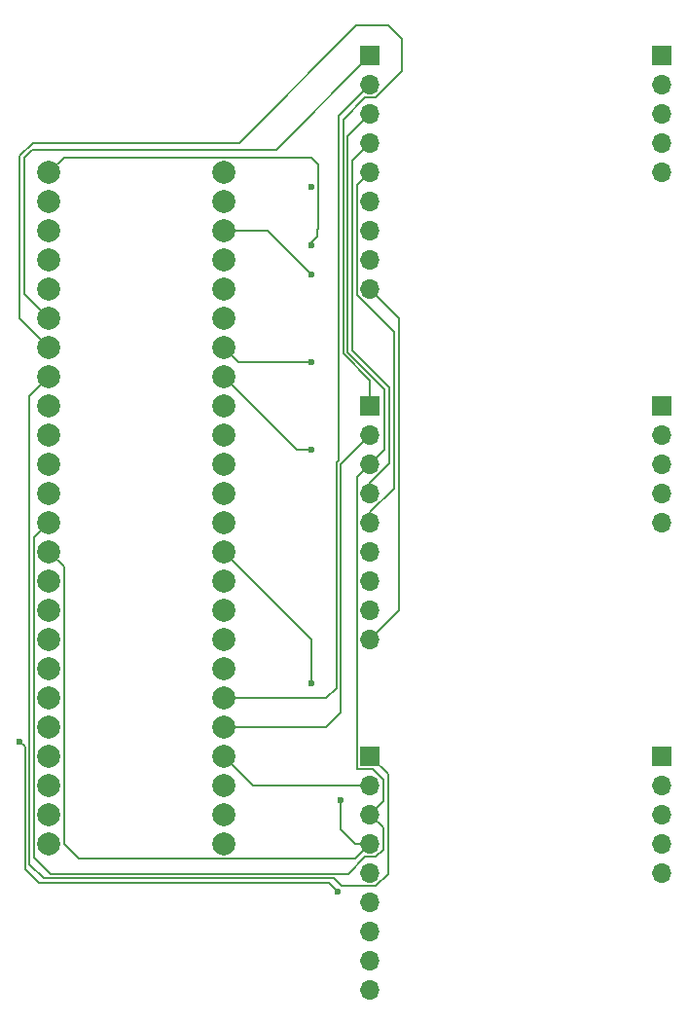
<source format=gbr>
%TF.GenerationSoftware,KiCad,Pcbnew,7.0.7*%
%TF.CreationDate,2024-03-24T00:47:58-04:00*%
%TF.ProjectId,Ground Reciever,47726f75-6e64-4205-9265-636965766572,rev?*%
%TF.SameCoordinates,Original*%
%TF.FileFunction,Copper,L2,Bot*%
%TF.FilePolarity,Positive*%
%FSLAX46Y46*%
G04 Gerber Fmt 4.6, Leading zero omitted, Abs format (unit mm)*
G04 Created by KiCad (PCBNEW 7.0.7) date 2024-03-24 00:47:58*
%MOMM*%
%LPD*%
G01*
G04 APERTURE LIST*
%TA.AperFunction,ComponentPad*%
%ADD10R,1.700000X1.700000*%
%TD*%
%TA.AperFunction,ComponentPad*%
%ADD11O,1.700000X1.700000*%
%TD*%
%TA.AperFunction,ComponentPad*%
%ADD12C,2.000000*%
%TD*%
%TA.AperFunction,ViaPad*%
%ADD13C,0.600000*%
%TD*%
%TA.AperFunction,Conductor*%
%ADD14C,0.200000*%
%TD*%
G04 APERTURE END LIST*
D10*
%TO.P,J3,1,Pin_1*%
%TO.N,/RST2*%
X152400000Y-85090000D03*
D11*
%TO.P,J3,2,Pin_2*%
%TO.N,/CS2*%
X152400000Y-87630000D03*
%TO.P,J3,3,Pin_3*%
%TO.N,/MOSI*%
X152400000Y-90170000D03*
%TO.P,J3,4,Pin_4*%
%TO.N,/MISO*%
X152400000Y-92710000D03*
%TO.P,J3,5,Pin_5*%
%TO.N,/SCK*%
X152400000Y-95250000D03*
%TO.P,J3,6,Pin_6*%
%TO.N,/INT2*%
X152400000Y-97790000D03*
%TO.P,J3,7,Pin_7*%
%TO.N,unconnected-(J3-Pin_7-Pad7)*%
X152400000Y-100330000D03*
%TO.P,J3,8,Pin_8*%
%TO.N,/GND*%
X152400000Y-102870000D03*
%TO.P,J3,9,Pin_9*%
%TO.N,/3.3V A*%
X152400000Y-105410000D03*
%TD*%
D10*
%TO.P,J2,1,Pin_1*%
%TO.N,unconnected-(J2-Pin_1-Pad1)*%
X177800000Y-54610000D03*
D11*
%TO.P,J2,2,Pin_2*%
%TO.N,unconnected-(J2-Pin_2-Pad2)*%
X177800000Y-57150000D03*
%TO.P,J2,3,Pin_3*%
%TO.N,unconnected-(J2-Pin_3-Pad3)*%
X177800000Y-59690000D03*
%TO.P,J2,4,Pin_4*%
%TO.N,unconnected-(J2-Pin_4-Pad4)*%
X177800000Y-62230000D03*
%TO.P,J2,5,Pin_5*%
%TO.N,unconnected-(J2-Pin_5-Pad5)*%
X177800000Y-64770000D03*
%TD*%
D12*
%TO.P,Teensy4.1,0,GND*%
%TO.N,/GND*%
X124460000Y-64770000D03*
%TO.P,Teensy4.1,1,RX1*%
%TO.N,unconnected-(Teensy4.1-RX1-Pad1)*%
X124460000Y-67310000D03*
%TO.P,Teensy4.1,2,TX1*%
%TO.N,unconnected-(Teensy4.1-TX1-Pad2)*%
X124460000Y-69850000D03*
%TO.P,Teensy4.1,3,PWM*%
%TO.N,unconnected-(Teensy4.1-PWM-Pad3)*%
X124460000Y-72390000D03*
%TO.P,Teensy4.1,4,PWM*%
%TO.N,unconnected-(Teensy4.1-PWM-Pad4)*%
X124460000Y-74930000D03*
%TO.P,Teensy4.1,5,PWM*%
%TO.N,/RST1*%
X124460000Y-77470000D03*
%TO.P,Teensy4.1,6,PWM*%
%TO.N,/RST2*%
X124460000Y-80010000D03*
%TO.P,Teensy4.1,7,PWM*%
%TO.N,/RST3*%
X124460000Y-82550000D03*
%TO.P,Teensy4.1,8,RX2*%
%TO.N,unconnected-(Teensy4.1-RX2-Pad8)*%
X124460000Y-85090000D03*
%TO.P,Teensy4.1,9,TX2*%
%TO.N,unconnected-(Teensy4.1-TX2-Pad9)*%
X124460000Y-87630000D03*
%TO.P,Teensy4.1,10,PWM*%
%TO.N,unconnected-(Teensy4.1-PWM-Pad10)*%
X124460000Y-90170000D03*
%TO.P,Teensy4.1,11,CS*%
%TO.N,unconnected-(Teensy4.1-CS-Pad11)*%
X124460000Y-92710000D03*
%TO.P,Teensy4.1,12,MOSI*%
%TO.N,/MOSI*%
X124460000Y-95250000D03*
%TO.P,Teensy4.1,13,MISO*%
%TO.N,/MISO*%
X124460000Y-97790000D03*
%TO.P,Teensy4.1,14,3.3V*%
%TO.N,/3.3V B*%
X124460000Y-100330000D03*
%TO.P,Teensy4.1,15,SCL2*%
%TO.N,unconnected-(Teensy4.1-SCL2-Pad15)*%
X124460000Y-102870000D03*
%TO.P,Teensy4.1,16,SDA2*%
%TO.N,unconnected-(Teensy4.1-SDA2-Pad16)*%
X124460000Y-105410000D03*
%TO.P,Teensy4.1,17,MOSI1*%
%TO.N,unconnected-(Teensy4.1-MOSI1-Pad17)*%
X124460000Y-107950000D03*
%TO.P,Teensy4.1,18,SCK1*%
%TO.N,unconnected-(Teensy4.1-SCK1-Pad18)*%
X124460000Y-110490000D03*
%TO.P,Teensy4.1,19,RX7*%
%TO.N,unconnected-(Teensy4.1-RX7-Pad19)*%
X124460000Y-113030000D03*
%TO.P,Teensy4.1,20,TX7*%
%TO.N,unconnected-(Teensy4.1-TX7-Pad20)*%
X124460000Y-115570000D03*
%TO.P,Teensy4.1,21,GPIO*%
%TO.N,unconnected-(Teensy4.1-GPIO-Pad21)*%
X124460000Y-118110000D03*
%TO.P,Teensy4.1,22,GPIO*%
%TO.N,unconnected-(Teensy4.1-GPIO-Pad22)*%
X124460000Y-120650000D03*
%TO.P,Teensy4.1,23,GPIO*%
%TO.N,unconnected-(Teensy4.1-GPIO-Pad23)*%
X124460000Y-123190000D03*
%TO.P,Teensy4.1,24,PWM*%
%TO.N,unconnected-(Teensy4.1-PWM-Pad24)*%
X139700000Y-123190000D03*
%TO.P,Teensy4.1,25,RX8*%
%TO.N,unconnected-(Teensy4.1-RX8-Pad25)*%
X139700000Y-120650000D03*
%TO.P,Teensy4.1,26,TX8*%
%TO.N,unconnected-(Teensy4.1-TX8-Pad26)*%
X139700000Y-118110000D03*
%TO.P,Teensy4.1,27,PWM*%
%TO.N,/CS3*%
X139700000Y-115570000D03*
%TO.P,Teensy4.1,28,PWM*%
%TO.N,/CS2*%
X139700000Y-113030000D03*
%TO.P,Teensy4.1,29,CS1*%
%TO.N,/CS1*%
X139700000Y-110490000D03*
%TO.P,Teensy4.1,30,MISO*%
%TO.N,unconnected-(Teensy4.1-MISO-Pad30)*%
X139700000Y-107950000D03*
%TO.P,Teensy4.1,31,A16*%
%TO.N,unconnected-(Teensy4.1-A16-Pad31)*%
X139700000Y-105410000D03*
%TO.P,Teensy4.1,32,A17*%
%TO.N,unconnected-(Teensy4.1-A17-Pad32)*%
X139700000Y-102870000D03*
%TO.P,Teensy4.1,33,GND*%
%TO.N,unconnected-(Teensy4.1-GND-Pad33)*%
X139700000Y-100330000D03*
%TO.P,Teensy4.1,34,SCK*%
%TO.N,/SCK*%
X139700000Y-97790000D03*
%TO.P,Teensy4.1,35,A0*%
%TO.N,unconnected-(Teensy4.1-A0-Pad35)*%
X139700000Y-95250000D03*
%TO.P,Teensy4.1,36,A1*%
%TO.N,unconnected-(Teensy4.1-A1-Pad36)*%
X139700000Y-92710000D03*
%TO.P,Teensy4.1,37,A2*%
%TO.N,unconnected-(Teensy4.1-A2-Pad37)*%
X139700000Y-90170000D03*
%TO.P,Teensy4.1,38,A3*%
%TO.N,unconnected-(Teensy4.1-A3-Pad38)*%
X139700000Y-87630000D03*
%TO.P,Teensy4.1,39,SDA*%
%TO.N,unconnected-(Teensy4.1-SDA-Pad39)*%
X139700000Y-85090000D03*
%TO.P,Teensy4.1,40,SCL*%
%TO.N,/INT3*%
X139700000Y-82550000D03*
%TO.P,Teensy4.1,41,TX5*%
%TO.N,/INT2*%
X139700000Y-80010000D03*
%TO.P,Teensy4.1,42,RX5*%
%TO.N,/INT1*%
X139700000Y-77470000D03*
%TO.P,Teensy4.1,43,PWM*%
%TO.N,unconnected-(Teensy4.1-PWM-Pad43)*%
X139700000Y-74930000D03*
%TO.P,Teensy4.1,44,PWM*%
%TO.N,unconnected-(Teensy4.1-PWM-Pad44)*%
X139700000Y-72390000D03*
%TO.P,Teensy4.1,45,3.3V*%
%TO.N,/3.3V A*%
X139700000Y-69850000D03*
%TO.P,Teensy4.1,46,GND*%
%TO.N,unconnected-(Teensy4.1-GND-Pad46)*%
X139700000Y-67310000D03*
%TO.P,Teensy4.1,47,Vin*%
%TO.N,unconnected-(Teensy4.1-Vin-Pad47)*%
X139700000Y-64770000D03*
%TD*%
D10*
%TO.P,J5,1,Pin_1*%
%TO.N,/RST3*%
X152400000Y-115570000D03*
D11*
%TO.P,J5,2,Pin_2*%
%TO.N,/CS3*%
X152400000Y-118110000D03*
%TO.P,J5,3,Pin_3*%
%TO.N,/MOSI*%
X152400000Y-120650000D03*
%TO.P,J5,4,Pin_4*%
%TO.N,/MISO*%
X152400000Y-123190000D03*
%TO.P,J5,5,Pin_5*%
%TO.N,/SCK*%
X152400000Y-125730000D03*
%TO.P,J5,6,Pin_6*%
%TO.N,/INT3*%
X152400000Y-128270000D03*
%TO.P,J5,7,Pin_7*%
%TO.N,unconnected-(J5-Pin_7-Pad7)*%
X152400000Y-130810000D03*
%TO.P,J5,8,Pin_8*%
%TO.N,/GND*%
X152400000Y-133350000D03*
%TO.P,J5,9,Pin_9*%
%TO.N,/3.3V B*%
X152400000Y-135890000D03*
%TD*%
D10*
%TO.P,J6,1,Pin_1*%
%TO.N,unconnected-(J6-Pin_1-Pad1)*%
X177800000Y-115570000D03*
D11*
%TO.P,J6,2,Pin_2*%
%TO.N,unconnected-(J6-Pin_2-Pad2)*%
X177800000Y-118110000D03*
%TO.P,J6,3,Pin_3*%
%TO.N,unconnected-(J6-Pin_3-Pad3)*%
X177800000Y-120650000D03*
%TO.P,J6,4,Pin_4*%
%TO.N,unconnected-(J6-Pin_4-Pad4)*%
X177800000Y-123190000D03*
%TO.P,J6,5,Pin_5*%
%TO.N,unconnected-(J6-Pin_5-Pad5)*%
X177800000Y-125730000D03*
%TD*%
D10*
%TO.P,J4,1,Pin_1*%
%TO.N,unconnected-(J4-Pin_1-Pad1)*%
X177800000Y-85090000D03*
D11*
%TO.P,J4,2,Pin_2*%
%TO.N,unconnected-(J4-Pin_2-Pad2)*%
X177800000Y-87630000D03*
%TO.P,J4,3,Pin_3*%
%TO.N,unconnected-(J4-Pin_3-Pad3)*%
X177800000Y-90170000D03*
%TO.P,J4,4,Pin_4*%
%TO.N,unconnected-(J4-Pin_4-Pad4)*%
X177800000Y-92710000D03*
%TO.P,J4,5,Pin_5*%
%TO.N,unconnected-(J4-Pin_5-Pad5)*%
X177800000Y-95250000D03*
%TD*%
D10*
%TO.P,J1,1,Pin_1*%
%TO.N,/RST1*%
X152400000Y-54610000D03*
D11*
%TO.P,J1,2,Pin_2*%
%TO.N,/CS1*%
X152400000Y-57150000D03*
%TO.P,J1,3,Pin_3*%
%TO.N,/MOSI*%
X152400000Y-59690000D03*
%TO.P,J1,4,Pin_4*%
%TO.N,/MISO*%
X152400000Y-62230000D03*
%TO.P,J1,5,Pin_5*%
%TO.N,/SCK*%
X152400000Y-64770000D03*
%TO.P,J1,6,Pin_6*%
%TO.N,/INT1*%
X152400000Y-67310000D03*
%TO.P,J1,7,Pin_7*%
%TO.N,unconnected-(J1-Pin_7-Pad7)*%
X152400000Y-69850000D03*
%TO.P,J1,8,Pin_8*%
%TO.N,/GND*%
X152400000Y-72390000D03*
%TO.P,J1,9,Pin_9*%
%TO.N,/3.3V A*%
X152400000Y-74930000D03*
%TD*%
D13*
%TO.N,/MISO*%
X149860000Y-119380000D03*
%TO.N,/SCK*%
X147320000Y-109220000D03*
%TO.N,/INT1*%
X147320000Y-66040000D03*
%TO.N,/GND*%
X147320000Y-71120000D03*
%TO.N,/3.3V A*%
X147320000Y-73660000D03*
%TO.N,/INT2*%
X147320000Y-81280000D03*
%TO.N,/3.3V B*%
X121920000Y-114300000D03*
X149568197Y-127342743D03*
%TO.N,/INT3*%
X147320000Y-88900000D03*
%TD*%
D14*
%TO.N,/GND*%
X125760000Y-63470000D02*
X124460000Y-64770000D01*
X140238478Y-63470000D02*
X125760000Y-63470000D01*
X140268478Y-63500000D02*
X140238478Y-63470000D01*
X147920000Y-64100000D02*
X147320000Y-63500000D01*
X147320000Y-63500000D02*
X140268478Y-63500000D01*
X147800000Y-70357157D02*
X147800000Y-69800000D01*
X147320000Y-70837157D02*
X147800000Y-70357157D01*
X147800000Y-69800000D02*
X147920000Y-69680000D01*
X147920000Y-69680000D02*
X147920000Y-64100000D01*
X147320000Y-71120000D02*
X147320000Y-70837157D01*
%TO.N,/MOSI*%
X153550000Y-123666346D02*
X153550000Y-121800000D01*
X150463654Y-125800000D02*
X151923654Y-124340000D01*
X124600000Y-125800000D02*
X150463654Y-125800000D01*
X151923654Y-124340000D02*
X152876346Y-124340000D01*
X123160000Y-96550000D02*
X123160000Y-124360000D01*
X153550000Y-121800000D02*
X152400000Y-120650000D01*
X123160000Y-124360000D02*
X124600000Y-125800000D01*
X152876346Y-124340000D02*
X153550000Y-123666346D01*
X124460000Y-95250000D02*
X123160000Y-96550000D01*
%TO.N,/3.3V B*%
X122360000Y-114740000D02*
X121920000Y-114300000D01*
X122360000Y-125360000D02*
X122360000Y-114740000D01*
X148825454Y-126600000D02*
X123600000Y-126600000D01*
X123600000Y-126600000D02*
X122360000Y-125360000D01*
X149568197Y-127342743D02*
X148825454Y-126600000D01*
%TO.N,/RST3*%
X122760000Y-84250000D02*
X124460000Y-82550000D01*
X149269339Y-126200000D02*
X124000000Y-126200000D01*
X124000000Y-126200000D02*
X122760000Y-124960000D01*
X122760000Y-124960000D02*
X122760000Y-84250000D01*
X152876346Y-126880000D02*
X149949339Y-126880000D01*
X149949339Y-126880000D02*
X149269339Y-126200000D01*
X153950000Y-117120000D02*
X153950000Y-125806346D01*
X153950000Y-125806346D02*
X152876346Y-126880000D01*
X152400000Y-115570000D02*
X153950000Y-117120000D01*
%TO.N,/RST2*%
X152400000Y-82915686D02*
X152400000Y-85090000D01*
X150050000Y-80565684D02*
X152400000Y-82915686D01*
X150050000Y-60173654D02*
X150050000Y-80565684D01*
X151923654Y-58300000D02*
X150050000Y-60173654D01*
X152876346Y-58300000D02*
X151923654Y-58300000D01*
X155200000Y-55976346D02*
X152876346Y-58300000D01*
X155200000Y-53200000D02*
X155200000Y-55976346D01*
X151200000Y-52000000D02*
X154000000Y-52000000D01*
X141000000Y-62200000D02*
X151200000Y-52000000D01*
X154000000Y-52000000D02*
X155200000Y-53200000D01*
X123054314Y-62200000D02*
X141000000Y-62200000D01*
X121920000Y-77470000D02*
X121920000Y-63334314D01*
X121920000Y-63334314D02*
X123054314Y-62200000D01*
X124460000Y-80010000D02*
X121920000Y-77470000D01*
%TO.N,/RST1*%
X144210000Y-62800000D02*
X152400000Y-54610000D01*
X122320000Y-63500000D02*
X123020000Y-62800000D01*
X122320000Y-75330000D02*
X122320000Y-63500000D01*
X123020000Y-62800000D02*
X144210000Y-62800000D01*
X124460000Y-77470000D02*
X122320000Y-75330000D01*
%TO.N,/CS1*%
X149460000Y-90004315D02*
X149460000Y-109620000D01*
X149460000Y-109620000D02*
X148590000Y-110490000D01*
X152400000Y-57150000D02*
X149650000Y-59900000D01*
X149650000Y-89814314D02*
X149460000Y-90004315D01*
X148590000Y-110490000D02*
X139700000Y-110490000D01*
X149650000Y-59900000D02*
X149650000Y-89814314D01*
%TO.N,/MOSI*%
X152400000Y-90170000D02*
X153670000Y-88900000D01*
X150450000Y-80399999D02*
X150450000Y-61640000D01*
X153550000Y-117633654D02*
X152636346Y-116720000D01*
X152400000Y-120650000D02*
X153550000Y-119500000D01*
X151250000Y-116720000D02*
X151250000Y-91320000D01*
X153670000Y-83620000D02*
X150450000Y-80399999D01*
X150450000Y-61640000D02*
X152400000Y-59690000D01*
X152636346Y-116720000D02*
X151250000Y-116720000D01*
X153670000Y-88900000D02*
X153670000Y-83620000D01*
X153550000Y-119500000D02*
X153550000Y-117633654D01*
X151250000Y-91320000D02*
X152400000Y-90170000D01*
%TO.N,/MISO*%
X154070000Y-90126346D02*
X154070000Y-83454314D01*
X154070000Y-83454314D02*
X150850000Y-80234314D01*
X149860000Y-121920000D02*
X151130000Y-123190000D01*
X127030000Y-124490000D02*
X125760000Y-123220000D01*
X150850000Y-80234314D02*
X150850000Y-63780000D01*
X152400000Y-92710000D02*
X152400000Y-91796346D01*
X152400000Y-123190000D02*
X151100000Y-124490000D01*
X125760000Y-123220000D02*
X125760000Y-99090000D01*
X125760000Y-99090000D02*
X124460000Y-97790000D01*
X149860000Y-119380000D02*
X149860000Y-121920000D01*
X151100000Y-124490000D02*
X127030000Y-124490000D01*
X152400000Y-91796346D02*
X154070000Y-90126346D01*
X151130000Y-123190000D02*
X152400000Y-123190000D01*
X150850000Y-63780000D02*
X152400000Y-62230000D01*
%TO.N,/SCK*%
X152400000Y-94336346D02*
X154470000Y-92266346D01*
X151250000Y-65920000D02*
X152400000Y-64770000D01*
X154470000Y-78626346D02*
X151250000Y-75406346D01*
X154470000Y-92266346D02*
X154470000Y-78626346D01*
X151250000Y-75406346D02*
X151250000Y-65920000D01*
X152400000Y-95250000D02*
X152400000Y-94336346D01*
X147320000Y-109220000D02*
X147320000Y-105410000D01*
X147320000Y-105410000D02*
X139700000Y-97790000D01*
%TO.N,/3.3V A*%
X154940000Y-77470000D02*
X152400000Y-74930000D01*
X154940000Y-102870000D02*
X154940000Y-77470000D01*
X152400000Y-105410000D02*
X154940000Y-102870000D01*
X143510000Y-69850000D02*
X139700000Y-69850000D01*
X147320000Y-73660000D02*
X143510000Y-69850000D01*
%TO.N,/CS2*%
X149860000Y-90170000D02*
X149860000Y-111760000D01*
X152400000Y-87630000D02*
X149860000Y-90170000D01*
X148590000Y-113030000D02*
X139700000Y-113030000D01*
X149860000Y-111760000D02*
X148590000Y-113030000D01*
%TO.N,/INT2*%
X140970000Y-81280000D02*
X139700000Y-80010000D01*
X147320000Y-81280000D02*
X140970000Y-81280000D01*
%TO.N,/CS3*%
X142240000Y-118110000D02*
X139700000Y-115570000D01*
X152400000Y-118110000D02*
X142240000Y-118110000D01*
%TO.N,/INT3*%
X147320000Y-88900000D02*
X146050000Y-88900000D01*
X146050000Y-88900000D02*
X139700000Y-82550000D01*
%TD*%
M02*

</source>
